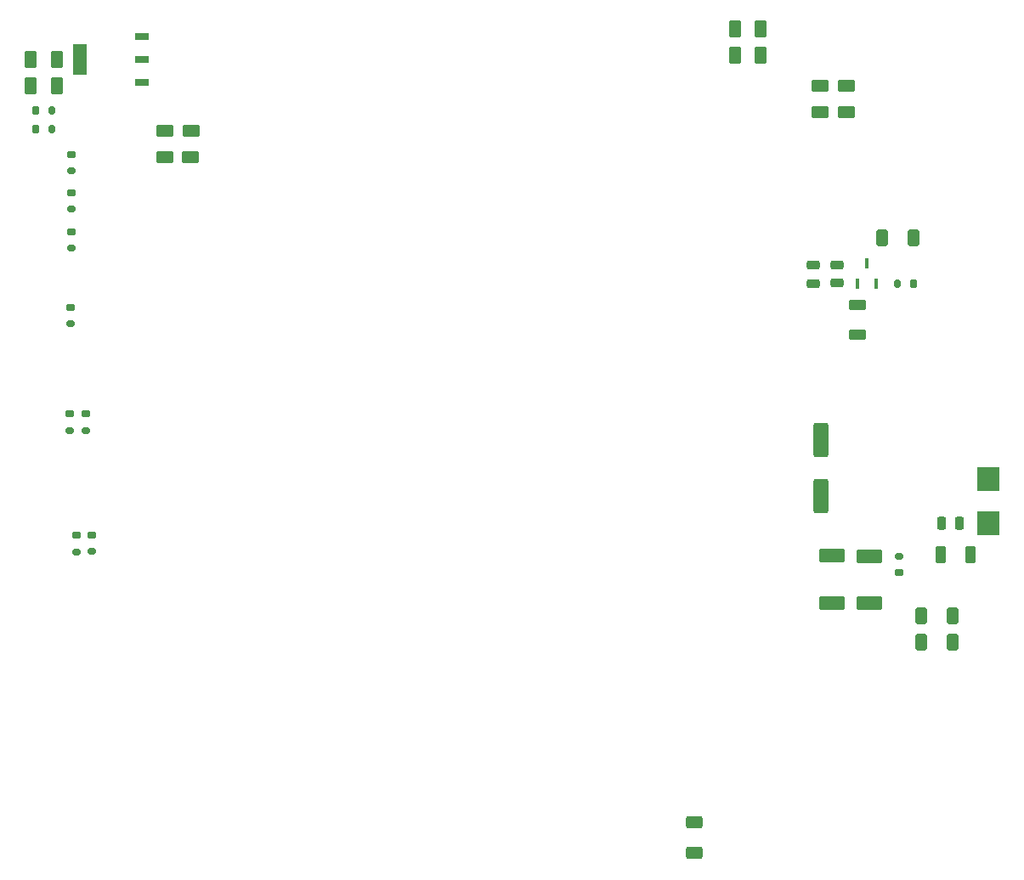
<source format=gbr>
%TF.GenerationSoftware,KiCad,Pcbnew,8.0.4*%
%TF.CreationDate,2024-10-07T13:18:05+07:00*%
%TF.ProjectId,Power_Supply,506f7765-725f-4537-9570-706c792e6b69,rev?*%
%TF.SameCoordinates,Original*%
%TF.FileFunction,Paste,Bot*%
%TF.FilePolarity,Positive*%
%FSLAX46Y46*%
G04 Gerber Fmt 4.6, Leading zero omitted, Abs format (unit mm)*
G04 Created by KiCad (PCBNEW 8.0.4) date 2024-10-07 13:18:05*
%MOMM*%
%LPD*%
G01*
G04 APERTURE LIST*
G04 Aperture macros list*
%AMRoundRect*
0 Rectangle with rounded corners*
0 $1 Rounding radius*
0 $2 $3 $4 $5 $6 $7 $8 $9 X,Y pos of 4 corners*
0 Add a 4 corners polygon primitive as box body*
4,1,4,$2,$3,$4,$5,$6,$7,$8,$9,$2,$3,0*
0 Add four circle primitives for the rounded corners*
1,1,$1+$1,$2,$3*
1,1,$1+$1,$4,$5*
1,1,$1+$1,$6,$7*
1,1,$1+$1,$8,$9*
0 Add four rect primitives between the rounded corners*
20,1,$1+$1,$2,$3,$4,$5,0*
20,1,$1+$1,$4,$5,$6,$7,0*
20,1,$1+$1,$6,$7,$8,$9,0*
20,1,$1+$1,$8,$9,$2,$3,0*%
G04 Aperture macros list end*
%ADD10RoundRect,0.225219X0.236481X0.423981X-0.236481X0.423981X-0.236481X-0.423981X0.236481X-0.423981X0*%
%ADD11RoundRect,0.234125X-0.515075X1.465075X-0.515075X-1.465075X0.515075X-1.465075X0.515075X1.465075X0*%
%ADD12RoundRect,0.207128X0.402072X-0.647072X0.402072X0.647072X-0.402072X0.647072X-0.402072X-0.647072X0*%
%ADD13RoundRect,0.170600X0.244100X-0.170600X0.244100X0.170600X-0.244100X0.170600X-0.244100X-0.170600X0*%
%ADD14RoundRect,0.174600X0.249600X-0.174600X0.249600X0.174600X-0.249600X0.174600X-0.249600X-0.174600X0*%
%ADD15RoundRect,0.230462X0.368738X0.593738X-0.368738X0.593738X-0.368738X-0.593738X0.368738X-0.593738X0*%
%ADD16RoundRect,0.227913X0.296287X0.621287X-0.296287X0.621287X-0.296287X-0.621287X0.296287X-0.621287X0*%
%ADD17RoundRect,0.170600X-0.244100X0.170600X-0.244100X-0.170600X0.244100X-0.170600X0.244100X0.170600X0*%
%ADD18RoundRect,0.174600X-0.249600X0.174600X-0.249600X-0.174600X0.249600X-0.174600X0.249600X0.174600X0*%
%ADD19RoundRect,0.207128X0.647072X0.402072X-0.647072X0.402072X-0.647072X-0.402072X0.647072X-0.402072X0*%
%ADD20RoundRect,0.170600X-0.170600X-0.244100X0.170600X-0.244100X0.170600X0.244100X-0.170600X0.244100X0*%
%ADD21RoundRect,0.174600X-0.174600X-0.249600X0.174600X-0.249600X0.174600X0.249600X-0.174600X0.249600X0*%
%ADD22RoundRect,0.225219X0.423981X-0.236481X0.423981X0.236481X-0.423981X0.236481X-0.423981X-0.236481X0*%
%ADD23RoundRect,0.170600X0.170600X0.244100X-0.170600X0.244100X-0.170600X-0.244100X0.170600X-0.244100X0*%
%ADD24RoundRect,0.174600X0.174600X0.249600X-0.174600X0.249600X-0.174600X-0.249600X0.174600X-0.249600X0*%
%ADD25RoundRect,0.207128X-0.402072X0.647072X-0.402072X-0.647072X0.402072X-0.647072X0.402072X0.647072X0*%
%ADD26R,2.298400X2.398400*%
%ADD27RoundRect,0.233344X-1.040856X0.478356X-1.040856X-0.478356X1.040856X-0.478356X1.040856X0.478356X0*%
%ADD28RoundRect,0.230462X-0.368738X-0.593738X0.368738X-0.593738X0.368738X0.593738X-0.368738X0.593738X0*%
%ADD29RoundRect,0.225219X-0.423981X0.236481X-0.423981X-0.236481X0.423981X-0.236481X0.423981X0.236481X0*%
%ADD30RoundRect,0.227913X0.621287X-0.296287X0.621287X0.296287X-0.621287X0.296287X-0.621287X-0.296287X0*%
%ADD31R,0.431800X1.066800*%
%ADD32R,1.348400X0.798401*%
%ADD33R,1.348400X3.048399*%
%ADD34RoundRect,0.230462X0.593738X-0.368738X0.593738X0.368738X-0.593738X0.368738X-0.593738X-0.368738X0*%
%ADD35RoundRect,0.233344X1.040856X-0.478356X1.040856X0.478356X-1.040856X0.478356X-1.040856X-0.478356X0*%
G04 APERTURE END LIST*
D10*
%TO.C,R11*%
X151638236Y-82247400D03*
X149813236Y-82247400D03*
%TD*%
D11*
%TO.C,C13*%
X137830200Y-73897000D03*
X137830200Y-79497000D03*
%TD*%
D12*
%TO.C,C19*%
X129287700Y-35542000D03*
X129287700Y-32942000D03*
%TD*%
D13*
%TO.C,R24*%
X63120000Y-50890000D03*
D14*
X63120000Y-49240000D03*
%TD*%
D15*
%TO.C,R4*%
X150950000Y-94100000D03*
X147850000Y-94100000D03*
%TD*%
D16*
%TO.C,C9*%
X152729100Y-85352800D03*
X149779100Y-85352800D03*
%TD*%
D17*
%TO.C,R3*%
X145650400Y-85484000D03*
D18*
X145650400Y-87134000D03*
%TD*%
D13*
%TO.C,R25*%
X65180000Y-85010000D03*
D14*
X65180000Y-83360000D03*
%TD*%
D19*
%TO.C,C22*%
X140325200Y-41234500D03*
X137725200Y-41234500D03*
%TD*%
D20*
%TO.C,R13*%
X145407200Y-58356800D03*
D21*
X147057200Y-58356800D03*
%TD*%
D22*
%TO.C,R14*%
X137059800Y-58295036D03*
X137059800Y-56470036D03*
%TD*%
D19*
%TO.C,C48*%
X75035200Y-45719500D03*
X72435200Y-45719500D03*
%TD*%
D23*
%TO.C,R32*%
X61233200Y-41087200D03*
D24*
X59583200Y-41087200D03*
%TD*%
D15*
%TO.C,R12*%
X147020200Y-53777000D03*
X143920200Y-53777000D03*
%TD*%
D13*
%TO.C,R26*%
X63120000Y-54780000D03*
D14*
X63120000Y-53130000D03*
%TD*%
D25*
%TO.C,C49*%
X59072700Y-35962000D03*
X59072700Y-38562000D03*
%TD*%
D13*
%TO.C,R23*%
X63150000Y-47100000D03*
D14*
X63150000Y-45450000D03*
%TD*%
D13*
%TO.C,R27*%
X63620000Y-85050000D03*
D14*
X63620000Y-83400000D03*
%TD*%
D26*
%TO.C,C10*%
X154530200Y-82242200D03*
X154530200Y-77771800D03*
%TD*%
D23*
%TO.C,R31*%
X61233200Y-42937200D03*
D24*
X59583200Y-42937200D03*
%TD*%
D27*
%TO.C,R1*%
X138948950Y-85457000D03*
X138948950Y-90132000D03*
%TD*%
D13*
%TO.C,R30*%
X64580000Y-72960000D03*
D14*
X64580000Y-71310000D03*
%TD*%
D25*
%TO.C,C50*%
X61692700Y-35972000D03*
X61692700Y-38572000D03*
%TD*%
D28*
%TO.C,R5*%
X147850000Y-91450000D03*
X150950000Y-91450000D03*
%TD*%
D29*
%TO.C,R15*%
X139420600Y-56458964D03*
X139420600Y-58283964D03*
%TD*%
D30*
%TO.C,C16*%
X141464400Y-63425900D03*
X141464400Y-60475900D03*
%TD*%
D31*
%TO.C,U3*%
X143360201Y-58343000D03*
X141460199Y-58343000D03*
X142410200Y-56311000D03*
%TD*%
D32*
%TO.C,U11*%
X70172191Y-33656588D03*
X70172191Y-35956588D03*
X70172191Y-38256588D03*
D33*
X64022191Y-35956588D03*
%TD*%
D19*
%TO.C,C21*%
X140355200Y-38624500D03*
X137755200Y-38624500D03*
%TD*%
D34*
%TO.C,R8*%
X125220200Y-115077000D03*
X125220200Y-111977000D03*
%TD*%
D13*
%TO.C,R28*%
X63090000Y-62310000D03*
D14*
X63090000Y-60660000D03*
%TD*%
D35*
%TO.C,R2*%
X142638950Y-90159500D03*
X142638950Y-85484500D03*
%TD*%
D19*
%TO.C,C47*%
X75055200Y-43069500D03*
X72455200Y-43069500D03*
%TD*%
D13*
%TO.C,R29*%
X62980000Y-72950000D03*
D14*
X62980000Y-71300000D03*
%TD*%
D12*
%TO.C,C20*%
X131767700Y-35542000D03*
X131767700Y-32942000D03*
%TD*%
M02*

</source>
